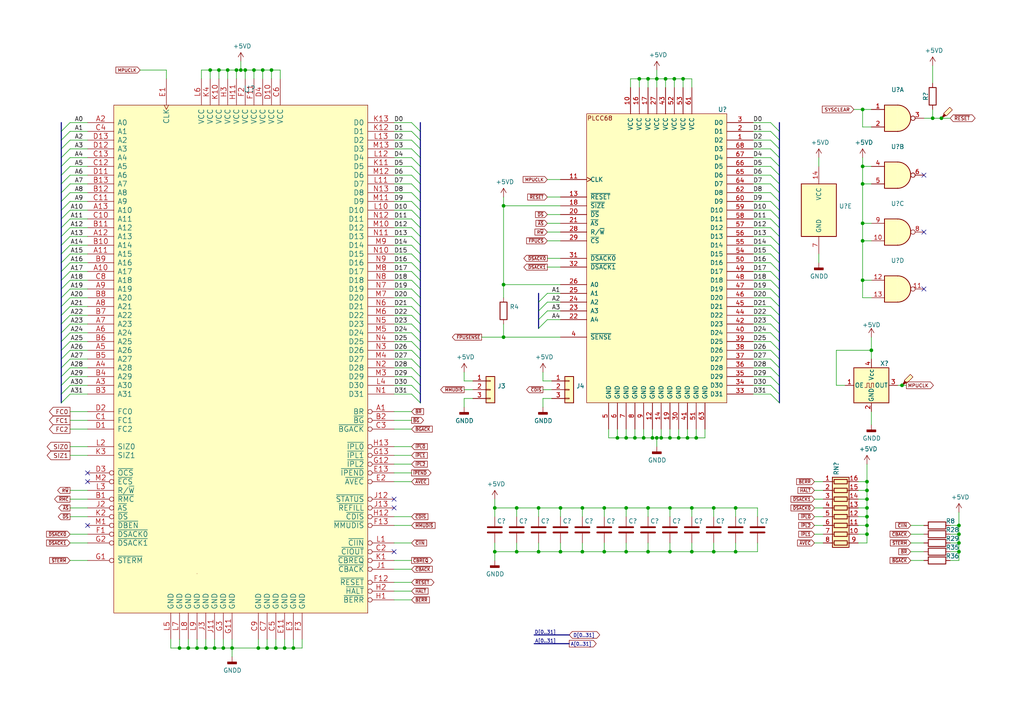
<source format=kicad_sch>
(kicad_sch (version 20211123) (generator eeschema)
  (paper "A4")
  (title_block (title "MAXI030 - 68030 based expandable computer") (date "2021-10-02") (comment 1 "Lawrence Manning"))
  (junction (at 63.5 20.32))
  (junction (at 213.36 160.02))
  (junction (at 52.07 187.96))
  (junction (at 162.56 160.02))
  (junction (at 187.96 160.02))
  (junction (at 82.55 187.96))
  (junction (at 80.01 187.96))
  (junction (at 156.21 160.02))
  (junction (at 146.05 82.55))
  (junction (at 59.69 187.96))
  (junction (at 194.31 127))
  (junction (at 194.31 147.32))
  (junction (at 181.61 160.02))
  (junction (at 184.15 127))
  (junction (at 60.96 20.32))
  (junction (at 66.04 20.32))
  (junction (at 189.23 127))
  (junction (at 73.66 20.32))
  (junction (at 251.46 152.4))
  (junction (at 250.19 69.85))
  (junction (at 250.19 53.34))
  (junction (at 201.93 127))
  (junction (at 250.19 48.26))
  (junction (at 162.56 147.32))
  (junction (at 251.46 139.7))
  (junction (at 149.86 147.32))
  (junction (at 251.46 147.32))
  (junction (at 78.74 20.32))
  (junction (at 200.66 147.32))
  (junction (at 194.31 160.02))
  (junction (at 261.62 111.76))
  (junction (at 85.09 187.96))
  (junction (at 57.15 187.96))
  (junction (at 54.61 187.96))
  (junction (at 251.46 142.24))
  (junction (at 62.23 187.96))
  (junction (at 76.2 20.32))
  (junction (at 251.46 154.94))
  (junction (at 193.04 22.86))
  (junction (at 71.12 20.32))
  (junction (at 143.51 147.32))
  (junction (at 181.61 147.32))
  (junction (at 250.19 81.28))
  (junction (at 273.05 34.29))
  (junction (at 68.58 20.32))
  (junction (at 175.26 160.02))
  (junction (at 146.05 97.79))
  (junction (at 278.13 154.94))
  (junction (at 213.36 147.32))
  (junction (at 251.46 144.78))
  (junction (at 200.66 160.02))
  (junction (at 156.21 147.32))
  (junction (at 207.01 160.02))
  (junction (at 168.91 160.02))
  (junction (at 187.96 22.86))
  (junction (at 278.13 152.4))
  (junction (at 190.5 22.86))
  (junction (at 199.39 127))
  (junction (at 198.12 22.86))
  (junction (at 64.77 187.96))
  (junction (at 143.51 160.02))
  (junction (at 185.42 22.86))
  (junction (at 251.46 149.86))
  (junction (at 270.51 34.29))
  (junction (at 187.96 147.32))
  (junction (at 207.01 147.32))
  (junction (at 67.31 187.96))
  (junction (at 191.77 127))
  (junction (at 250.19 31.75))
  (junction (at 69.85 20.32))
  (junction (at 149.86 160.02))
  (junction (at 186.69 127))
  (junction (at 278.13 157.48))
  (junction (at 146.05 59.69))
  (junction (at 250.19 64.77))
  (junction (at 74.93 187.96))
  (junction (at 181.61 127))
  (junction (at 278.13 160.02))
  (junction (at 168.91 147.32))
  (junction (at 196.85 127))
  (junction (at 190.5 127))
  (junction (at 252.73 101.6))
  (junction (at 179.07 127))
  (junction (at 195.58 22.86))
  (junction (at 77.47 187.96))
  (junction (at 175.26 147.32))
  (no_connect (at 267.97 83.82))
  (no_connect (at 374.65 -1.27))
  (no_connect (at 114.3 144.78))
  (no_connect (at 114.3 160.02))
  (no_connect (at 374.65 15.24))
  (no_connect (at 25.4 152.4))
  (no_connect (at 25.4 137.16))
  (no_connect (at 267.97 50.8))
  (no_connect (at 114.3 147.32))
  (no_connect (at 267.97 67.31))
  (no_connect (at 25.4 139.7))
  (bus_entry (at 119.38 50.8) (size 2.54 2.54))
  (bus_entry (at 20.32 38.1) (size -2.54 2.54))
  (bus_entry (at 223.52 99.06) (size 2.54 2.54))
  (bus_entry (at 119.38 96.52) (size 2.54 2.54))
  (bus_entry (at 20.32 99.06) (size -2.54 2.54))
  (bus_entry (at 223.52 73.66) (size 2.54 2.54))
  (bus_entry (at 223.52 104.14) (size 2.54 2.54))
  (bus_entry (at 119.38 58.42) (size 2.54 2.54))
  (bus_entry (at 223.52 50.8) (size 2.54 2.54))
  (bus_entry (at 223.52 60.96) (size 2.54 2.54))
  (bus_entry (at 223.52 91.44) (size 2.54 2.54))
  (bus_entry (at 223.52 93.98) (size 2.54 2.54))
  (bus_entry (at 223.52 35.56) (size 2.54 2.54))
  (bus_entry (at 20.32 106.68) (size -2.54 2.54))
  (bus_entry (at 119.38 53.34) (size 2.54 2.54))
  (bus_entry (at 20.32 93.98) (size -2.54 2.54))
  (bus_entry (at 223.52 40.64) (size 2.54 2.54))
  (bus_entry (at 20.32 96.52) (size -2.54 2.54))
  (bus_entry (at 20.32 68.58) (size -2.54 2.54))
  (bus_entry (at 156.21 87.63) (size 2.54 -2.54))
  (bus_entry (at 119.38 45.72) (size 2.54 2.54))
  (bus_entry (at 20.32 114.3) (size -2.54 2.54))
  (bus_entry (at 223.52 101.6) (size 2.54 2.54))
  (bus_entry (at 20.32 104.14) (size -2.54 2.54))
  (bus_entry (at 223.52 86.36) (size 2.54 2.54))
  (bus_entry (at 223.52 111.76) (size 2.54 2.54))
  (bus_entry (at 119.38 38.1) (size 2.54 2.54))
  (bus_entry (at 119.38 93.98) (size 2.54 2.54))
  (bus_entry (at 119.38 73.66) (size 2.54 2.54))
  (bus_entry (at 223.52 66.04) (size 2.54 2.54))
  (bus_entry (at 223.52 109.22) (size 2.54 2.54))
  (bus_entry (at 156.21 92.71) (size 2.54 -2.54))
  (bus_entry (at 119.38 35.56) (size 2.54 2.54))
  (bus_entry (at 119.38 60.96) (size 2.54 2.54))
  (bus_entry (at 119.38 55.88) (size 2.54 2.54))
  (bus_entry (at 20.32 48.26) (size -2.54 2.54))
  (bus_entry (at 119.38 86.36) (size 2.54 2.54))
  (bus_entry (at 20.32 76.2) (size -2.54 2.54))
  (bus_entry (at 20.32 45.72) (size -2.54 2.54))
  (bus_entry (at 20.32 91.44) (size -2.54 2.54))
  (bus_entry (at 119.38 43.18) (size 2.54 2.54))
  (bus_entry (at 119.38 109.22) (size 2.54 2.54))
  (bus_entry (at 223.52 53.34) (size 2.54 2.54))
  (bus_entry (at 119.38 99.06) (size 2.54 2.54))
  (bus_entry (at 20.32 40.64) (size -2.54 2.54))
  (bus_entry (at 223.52 58.42) (size 2.54 2.54))
  (bus_entry (at 223.52 78.74) (size 2.54 2.54))
  (bus_entry (at 156.21 95.25) (size 2.54 -2.54))
  (bus_entry (at 20.32 43.18) (size -2.54 2.54))
  (bus_entry (at 119.38 71.12) (size 2.54 2.54))
  (bus_entry (at 20.32 78.74) (size -2.54 2.54))
  (bus_entry (at 20.32 86.36) (size -2.54 2.54))
  (bus_entry (at 20.32 88.9) (size -2.54 2.54))
  (bus_entry (at 156.21 90.17) (size 2.54 -2.54))
  (bus_entry (at 20.32 111.76) (size -2.54 2.54))
  (bus_entry (at 119.38 91.44) (size 2.54 2.54))
  (bus_entry (at 20.32 66.04) (size -2.54 2.54))
  (bus_entry (at 20.32 55.88) (size -2.54 2.54))
  (bus_entry (at 223.52 48.26) (size 2.54 2.54))
  (bus_entry (at 20.32 53.34) (size -2.54 2.54))
  (bus_entry (at 223.52 81.28) (size 2.54 2.54))
  (bus_entry (at 20.32 73.66) (size -2.54 2.54))
  (bus_entry (at 20.32 101.6) (size -2.54 2.54))
  (bus_entry (at 119.38 40.64) (size 2.54 2.54))
  (bus_entry (at 20.32 71.12) (size -2.54 2.54))
  (bus_entry (at 119.38 48.26) (size 2.54 2.54))
  (bus_entry (at 223.52 88.9) (size 2.54 2.54))
  (bus_entry (at 119.38 114.3) (size 2.54 2.54))
  (bus_entry (at 119.38 81.28) (size 2.54 2.54))
  (bus_entry (at 119.38 66.04) (size 2.54 2.54))
  (bus_entry (at 223.52 63.5) (size 2.54 2.54))
  (bus_entry (at 223.52 106.68) (size 2.54 2.54))
  (bus_entry (at 20.32 58.42) (size -2.54 2.54))
  (bus_entry (at 223.52 68.58) (size 2.54 2.54))
  (bus_entry (at 223.52 71.12) (size 2.54 2.54))
  (bus_entry (at 119.38 76.2) (size 2.54 2.54))
  (bus_entry (at 119.38 83.82) (size 2.54 2.54))
  (bus_entry (at 119.38 68.58) (size 2.54 2.54))
  (bus_entry (at 223.52 43.18) (size 2.54 2.54))
  (bus_entry (at 119.38 88.9) (size 2.54 2.54))
  (bus_entry (at 223.52 55.88) (size 2.54 2.54))
  (bus_entry (at 119.38 63.5) (size 2.54 2.54))
  (bus_entry (at 119.38 101.6) (size 2.54 2.54))
  (bus_entry (at 20.32 63.5) (size -2.54 2.54))
  (bus_entry (at 20.32 60.96) (size -2.54 2.54))
  (bus_entry (at 223.52 114.3) (size 2.54 2.54))
  (bus_entry (at 223.52 83.82) (size 2.54 2.54))
  (bus_entry (at 119.38 78.74) (size 2.54 2.54))
  (bus_entry (at 223.52 45.72) (size 2.54 2.54))
  (bus_entry (at 20.32 81.28) (size -2.54 2.54))
  (bus_entry (at 119.38 111.76) (size 2.54 2.54))
  (bus_entry (at 20.32 109.22) (size -2.54 2.54))
  (bus_entry (at 223.52 76.2) (size 2.54 2.54))
  (bus_entry (at 223.52 38.1) (size 2.54 2.54))
  (bus_entry (at 20.32 83.82) (size -2.54 2.54))
  (bus_entry (at 20.32 35.56) (size -2.54 2.54))
  (bus_entry (at 223.52 96.52) (size 2.54 2.54))
  (bus_entry (at 20.32 50.8) (size -2.54 2.54))
  (bus_entry (at 119.38 106.68) (size 2.54 2.54))
  (bus_entry (at 119.38 104.14) (size 2.54 2.54))
  (bus (pts (xy 17.78 71.12) (xy 17.78 73.66)))
  (wire (pts (xy 25.4 106.68) (xy 20.32 106.68)))
  (wire (pts (xy 87.63 187.96) (xy 87.63 185.42)))
  (wire (pts (xy 248.92 154.94) (xy 251.46 154.94)))
  (wire (pts (xy 66.04 20.32) (xy 68.58 20.32)))
  (wire (pts (xy 59.69 185.42) (xy 59.69 187.96)))
  (bus (pts (xy 121.92 86.36) (xy 121.92 88.9)))
  (wire (pts (xy 238.76 142.24) (xy 236.22 142.24)))
  (wire (pts (xy 162.56 92.71) (xy 158.75 92.71)))
  (wire (pts (xy 25.4 124.46) (xy 20.32 124.46)))
  (wire (pts (xy 69.85 20.32) (xy 71.12 20.32)))
  (wire (pts (xy 207.01 147.32) (xy 207.01 149.86)))
  (bus (pts (xy 226.06 71.12) (xy 226.06 73.66)))
  (wire (pts (xy 156.21 157.48) (xy 156.21 160.02)))
  (bus (pts (xy 121.92 81.28) (xy 121.92 83.82)))
  (bus (pts (xy 17.78 76.2) (xy 17.78 78.74)))
  (wire (pts (xy 81.28 20.32) (xy 81.28 22.86)))
  (wire (pts (xy 25.4 88.9) (xy 20.32 88.9)))
  (wire (pts (xy 181.61 160.02) (xy 175.26 160.02)))
  (wire (pts (xy 114.3 88.9) (xy 119.38 88.9)))
  (bus (pts (xy 17.78 106.68) (xy 17.78 109.22)))
  (wire (pts (xy 242.57 111.76) (xy 242.57 101.6)))
  (wire (pts (xy 248.92 139.7) (xy 251.46 139.7)))
  (wire (pts (xy 149.86 157.48) (xy 149.86 160.02)))
  (bus (pts (xy 17.78 86.36) (xy 17.78 88.9)))
  (wire (pts (xy 49.53 185.42) (xy 49.53 187.96)))
  (bus (pts (xy 226.06 60.96) (xy 226.06 63.5)))
  (wire (pts (xy 156.21 147.32) (xy 162.56 147.32)))
  (wire (pts (xy 146.05 93.98) (xy 146.05 97.79)))
  (wire (pts (xy 179.07 127) (xy 181.61 127)))
  (wire (pts (xy 25.4 119.38) (xy 20.32 119.38)))
  (wire (pts (xy 176.53 124.46) (xy 176.53 127)))
  (bus (pts (xy 226.06 96.52) (xy 226.06 99.06)))
  (wire (pts (xy 162.56 97.79) (xy 146.05 97.79)))
  (bus (pts (xy 121.92 109.22) (xy 121.92 111.76)))
  (wire (pts (xy 146.05 82.55) (xy 146.05 59.69)))
  (wire (pts (xy 278.13 154.94) (xy 278.13 157.48)))
  (wire (pts (xy 218.44 45.72) (xy 223.52 45.72)))
  (wire (pts (xy 238.76 144.78) (xy 236.22 144.78)))
  (wire (pts (xy 162.56 157.48) (xy 162.56 160.02)))
  (wire (pts (xy 157.48 110.49) (xy 157.48 107.95)))
  (wire (pts (xy 175.26 157.48) (xy 175.26 160.02)))
  (wire (pts (xy 181.61 157.48) (xy 181.61 160.02)))
  (wire (pts (xy 278.13 157.48) (xy 275.59 157.48)))
  (wire (pts (xy 146.05 97.79) (xy 139.7 97.79)))
  (wire (pts (xy 278.13 148.59) (xy 278.13 152.4)))
  (wire (pts (xy 218.44 68.58) (xy 223.52 68.58)))
  (wire (pts (xy 252.73 86.36) (xy 250.19 86.36)))
  (wire (pts (xy 67.31 185.42) (xy 67.31 187.96)))
  (wire (pts (xy 114.3 119.38) (xy 119.38 119.38)))
  (wire (pts (xy 114.3 106.68) (xy 119.38 106.68)))
  (wire (pts (xy 60.96 20.32) (xy 63.5 20.32)))
  (wire (pts (xy 184.15 127) (xy 186.69 127)))
  (wire (pts (xy 162.56 74.93) (xy 158.75 74.93)))
  (wire (pts (xy 218.44 58.42) (xy 223.52 58.42)))
  (wire (pts (xy 114.3 48.26) (xy 119.38 48.26)))
  (bus (pts (xy 121.92 66.04) (xy 121.92 68.58)))
  (wire (pts (xy 63.5 20.32) (xy 66.04 20.32)))
  (bus (pts (xy 17.78 101.6) (xy 17.78 104.14)))
  (wire (pts (xy 25.4 35.56) (xy 20.32 35.56)))
  (wire (pts (xy 204.47 127) (xy 204.47 124.46)))
  (wire (pts (xy 251.46 152.4) (xy 251.46 154.94)))
  (wire (pts (xy 278.13 157.48) (xy 278.13 160.02)))
  (bus (pts (xy 121.92 78.74) (xy 121.92 81.28)))
  (wire (pts (xy 250.19 81.28) (xy 252.73 81.28)))
  (bus (pts (xy 226.06 76.2) (xy 226.06 78.74)))
  (wire (pts (xy 218.44 111.76) (xy 223.52 111.76)))
  (bus (pts (xy 226.06 106.68) (xy 226.06 109.22)))
  (wire (pts (xy 40.64 20.32) (xy 48.26 20.32)))
  (wire (pts (xy 187.96 157.48) (xy 187.96 160.02)))
  (wire (pts (xy 25.4 60.96) (xy 20.32 60.96)))
  (wire (pts (xy 219.71 160.02) (xy 213.36 160.02)))
  (wire (pts (xy 250.19 31.75) (xy 247.65 31.75)))
  (wire (pts (xy 162.56 67.31) (xy 158.75 67.31)))
  (wire (pts (xy 175.26 160.02) (xy 168.91 160.02)))
  (wire (pts (xy 162.56 57.15) (xy 158.75 57.15)))
  (bus (pts (xy 121.92 99.06) (xy 121.92 101.6)))
  (bus (pts (xy 121.92 73.66) (xy 121.92 76.2)))
  (wire (pts (xy 218.44 109.22) (xy 223.52 109.22)))
  (wire (pts (xy 187.96 160.02) (xy 181.61 160.02)))
  (wire (pts (xy 196.85 127) (xy 199.39 127)))
  (bus (pts (xy 156.21 92.71) (xy 156.21 95.25)))
  (wire (pts (xy 134.62 115.57) (xy 134.62 118.11)))
  (wire (pts (xy 278.13 152.4) (xy 278.13 154.94)))
  (wire (pts (xy 181.61 124.46) (xy 181.61 127)))
  (bus (pts (xy 121.92 48.26) (xy 121.92 50.8)))
  (wire (pts (xy 76.2 20.32) (xy 78.74 20.32)))
  (wire (pts (xy 25.4 154.94) (xy 20.32 154.94)))
  (wire (pts (xy 25.4 81.28) (xy 20.32 81.28)))
  (bus (pts (xy 154.94 186.69) (xy 165.1 186.69)))
  (bus (pts (xy 17.78 55.88) (xy 17.78 58.42)))
  (wire (pts (xy 194.31 147.32) (xy 200.66 147.32)))
  (wire (pts (xy 248.92 142.24) (xy 251.46 142.24)))
  (bus (pts (xy 17.78 35.56) (xy 17.78 38.1)))
  (wire (pts (xy 238.76 139.7) (xy 236.22 139.7)))
  (wire (pts (xy 162.56 85.09) (xy 158.75 85.09)))
  (wire (pts (xy 25.4 83.82) (xy 20.32 83.82)))
  (wire (pts (xy 278.13 162.56) (xy 275.59 162.56)))
  (wire (pts (xy 190.5 127) (xy 190.5 129.54)))
  (wire (pts (xy 251.46 157.48) (xy 248.92 157.48)))
  (wire (pts (xy 238.76 149.86) (xy 236.22 149.86)))
  (wire (pts (xy 68.58 20.32) (xy 68.58 22.86)))
  (wire (pts (xy 181.61 147.32) (xy 187.96 147.32)))
  (bus (pts (xy 121.92 91.44) (xy 121.92 93.98)))
  (wire (pts (xy 114.3 168.91) (xy 119.38 168.91)))
  (wire (pts (xy 114.3 101.6) (xy 119.38 101.6)))
  (wire (pts (xy 25.4 66.04) (xy 20.32 66.04)))
  (wire (pts (xy 194.31 147.32) (xy 194.31 149.86)))
  (wire (pts (xy 114.3 129.54) (xy 119.38 129.54)))
  (wire (pts (xy 218.44 99.06) (xy 223.52 99.06)))
  (wire (pts (xy 60.96 20.32) (xy 60.96 22.86)))
  (wire (pts (xy 168.91 147.32) (xy 168.91 149.86)))
  (wire (pts (xy 200.66 157.48) (xy 200.66 160.02)))
  (bus (pts (xy 226.06 88.9) (xy 226.06 91.44)))
  (wire (pts (xy 200.66 147.32) (xy 200.66 149.86)))
  (wire (pts (xy 207.01 147.32) (xy 213.36 147.32)))
  (wire (pts (xy 149.86 147.32) (xy 156.21 147.32)))
  (bus (pts (xy 17.78 68.58) (xy 17.78 71.12)))
  (wire (pts (xy 25.4 71.12) (xy 20.32 71.12)))
  (wire (pts (xy 48.26 22.86) (xy 48.26 20.32)))
  (bus (pts (xy 226.06 81.28) (xy 226.06 83.82)))
  (wire (pts (xy 238.76 157.48) (xy 236.22 157.48)))
  (wire (pts (xy 252.73 64.77) (xy 250.19 64.77)))
  (wire (pts (xy 195.58 22.86) (xy 198.12 22.86)))
  (wire (pts (xy 114.3 60.96) (xy 119.38 60.96)))
  (wire (pts (xy 157.48 115.57) (xy 157.48 118.11)))
  (wire (pts (xy 191.77 127) (xy 194.31 127)))
  (wire (pts (xy 194.31 157.48) (xy 194.31 160.02)))
  (bus (pts (xy 121.92 93.98) (xy 121.92 96.52)))
  (wire (pts (xy 25.4 144.78) (xy 20.32 144.78)))
  (wire (pts (xy 85.09 187.96) (xy 85.09 185.42)))
  (wire (pts (xy 137.16 115.57) (xy 134.62 115.57)))
  (bus (pts (xy 226.06 55.88) (xy 226.06 58.42)))
  (wire (pts (xy 218.44 83.82) (xy 223.52 83.82)))
  (wire (pts (xy 114.3 104.14) (xy 119.38 104.14)))
  (wire (pts (xy 162.56 147.32) (xy 162.56 149.86)))
  (wire (pts (xy 275.59 154.94) (xy 278.13 154.94)))
  (bus (pts (xy 17.78 91.44) (xy 17.78 93.98)))
  (wire (pts (xy 71.12 20.32) (xy 71.12 22.86)))
  (wire (pts (xy 25.4 147.32) (xy 20.32 147.32)))
  (wire (pts (xy 218.44 76.2) (xy 223.52 76.2)))
  (wire (pts (xy 134.62 110.49) (xy 134.62 107.95)))
  (bus (pts (xy 226.06 104.14) (xy 226.06 106.68)))
  (wire (pts (xy 218.44 91.44) (xy 223.52 91.44)))
  (wire (pts (xy 270.51 31.75) (xy 270.51 34.29)))
  (wire (pts (xy 160.02 110.49) (xy 157.48 110.49)))
  (wire (pts (xy 114.3 71.12) (xy 119.38 71.12)))
  (wire (pts (xy 114.3 124.46) (xy 119.38 124.46)))
  (wire (pts (xy 250.19 48.26) (xy 252.73 48.26)))
  (wire (pts (xy 114.3 96.52) (xy 119.38 96.52)))
  (wire (pts (xy 25.4 76.2) (xy 20.32 76.2)))
  (wire (pts (xy 114.3 50.8) (xy 119.38 50.8)))
  (wire (pts (xy 176.53 127) (xy 179.07 127)))
  (wire (pts (xy 114.3 73.66) (xy 119.38 73.66)))
  (wire (pts (xy 114.3 68.58) (xy 119.38 68.58)))
  (wire (pts (xy 114.3 43.18) (xy 119.38 43.18)))
  (bus (pts (xy 17.78 63.5) (xy 17.78 66.04)))
  (wire (pts (xy 218.44 38.1) (xy 223.52 38.1)))
  (wire (pts (xy 213.36 160.02) (xy 207.01 160.02)))
  (wire (pts (xy 78.74 20.32) (xy 78.74 22.86)))
  (wire (pts (xy 114.3 83.82) (xy 119.38 83.82)))
  (wire (pts (xy 25.4 132.08) (xy 20.32 132.08)))
  (bus (pts (xy 226.06 58.42) (xy 226.06 60.96)))
  (wire (pts (xy 248.92 147.32) (xy 251.46 147.32)))
  (bus (pts (xy 121.92 101.6) (xy 121.92 104.14)))
  (wire (pts (xy 85.09 187.96) (xy 87.63 187.96)))
  (wire (pts (xy 267.97 157.48) (xy 264.16 157.48)))
  (wire (pts (xy 25.4 50.8) (xy 20.32 50.8)))
  (wire (pts (xy 76.2 20.32) (xy 76.2 22.86)))
  (wire (pts (xy 187.96 22.86) (xy 187.96 25.4)))
  (wire (pts (xy 193.04 22.86) (xy 193.04 25.4)))
  (wire (pts (xy 78.74 20.32) (xy 81.28 20.32)))
  (wire (pts (xy 114.3 66.04) (xy 119.38 66.04)))
  (wire (pts (xy 175.26 147.32) (xy 175.26 149.86)))
  (wire (pts (xy 114.3 58.42) (xy 119.38 58.42)))
  (bus (pts (xy 17.78 109.22) (xy 17.78 111.76)))
  (wire (pts (xy 58.42 22.86) (xy 58.42 20.32)))
  (wire (pts (xy 251.46 149.86) (xy 251.46 152.4)))
  (bus (pts (xy 17.78 66.04) (xy 17.78 68.58)))
  (wire (pts (xy 261.62 111.76) (xy 262.89 111.76)))
  (wire (pts (xy 25.4 40.64) (xy 20.32 40.64)))
  (bus (pts (xy 17.78 43.18) (xy 17.78 45.72)))
  (bus (pts (xy 17.78 38.1) (xy 17.78 40.64)))
  (wire (pts (xy 207.01 157.48) (xy 207.01 160.02)))
  (wire (pts (xy 25.4 111.76) (xy 20.32 111.76)))
  (bus (pts (xy 121.92 96.52) (xy 121.92 99.06)))
  (wire (pts (xy 250.19 86.36) (xy 250.19 81.28)))
  (wire (pts (xy 168.91 160.02) (xy 162.56 160.02)))
  (wire (pts (xy 162.56 160.02) (xy 156.21 160.02)))
  (wire (pts (xy 160.02 115.57) (xy 157.48 115.57)))
  (wire (pts (xy 114.3 45.72) (xy 119.38 45.72)))
  (wire (pts (xy 238.76 154.94) (xy 236.22 154.94)))
  (wire (pts (xy 160.02 113.03) (xy 157.48 113.03)))
  (wire (pts (xy 114.3 171.45) (xy 119.38 171.45)))
  (wire (pts (xy 73.66 20.32) (xy 73.66 22.86)))
  (wire (pts (xy 270.51 19.05) (xy 270.51 24.13)))
  (bus (pts (xy 17.78 114.3) (xy 17.78 116.84)))
  (wire (pts (xy 242.57 101.6) (xy 252.73 101.6)))
  (bus (pts (xy 121.92 53.34) (xy 121.92 55.88)))
  (wire (pts (xy 218.44 55.88) (xy 223.52 55.88)))
  (wire (pts (xy 194.31 127) (xy 196.85 127)))
  (wire (pts (xy 218.44 66.04) (xy 223.52 66.04)))
  (wire (pts (xy 67.31 187.96) (xy 67.31 190.5)))
  (wire (pts (xy 25.4 162.56) (xy 20.32 162.56)))
  (bus (pts (xy 121.92 114.3) (xy 121.92 116.84)))
  (wire (pts (xy 250.19 64.77) (xy 250.19 53.34)))
  (wire (pts (xy 143.51 147.32) (xy 143.51 149.86)))
  (wire (pts (xy 114.3 78.74) (xy 119.38 78.74)))
  (wire (pts (xy 190.5 127) (xy 191.77 127)))
  (bus (pts (xy 226.06 68.58) (xy 226.06 71.12)))
  (wire (pts (xy 252.73 97.79) (xy 252.73 101.6)))
  (bus (pts (xy 156.21 87.63) (xy 156.21 90.17)))
  (wire (pts (xy 252.73 69.85) (xy 250.19 69.85)))
  (wire (pts (xy 25.4 73.66) (xy 20.32 73.66)))
  (wire (pts (xy 80.01 187.96) (xy 82.55 187.96)))
  (wire (pts (xy 114.3 40.64) (xy 119.38 40.64)))
  (bus (pts (xy 17.78 40.64) (xy 17.78 43.18)))
  (bus (pts (xy 121.92 35.56) (xy 121.92 38.1)))
  (wire (pts (xy 54.61 187.96) (xy 57.15 187.96)))
  (wire (pts (xy 252.73 36.83) (xy 250.19 36.83)))
  (wire (pts (xy 181.61 147.32) (xy 181.61 149.86)))
  (wire (pts (xy 250.19 36.83) (xy 250.19 31.75)))
  (bus (pts (xy 121.92 63.5) (xy 121.92 66.04)))
  (bus (pts (xy 226.06 86.36) (xy 226.06 88.9)))
  (wire (pts (xy 270.51 34.29) (xy 273.05 34.29)))
  (wire (pts (xy 267.97 34.29) (xy 270.51 34.29)))
  (wire (pts (xy 114.3 63.5) (xy 119.38 63.5)))
  (wire (pts (xy 252.73 101.6) (xy 252.73 104.14)))
  (bus (pts (xy 226.06 111.76) (xy 226.06 114.3)))
  (wire (pts (xy 114.3 137.16) (xy 119.38 137.16)))
  (wire (pts (xy 200.66 160.02) (xy 194.31 160.02)))
  (wire (pts (xy 25.4 101.6) (xy 20.32 101.6)))
  (wire (pts (xy 218.44 101.6) (xy 223.52 101.6)))
  (bus (pts (xy 226.06 78.74) (xy 226.06 81.28)))
  (wire (pts (xy 58.42 20.32) (xy 60.96 20.32)))
  (wire (pts (xy 182.88 22.86) (xy 185.42 22.86)))
  (wire (pts (xy 77.47 185.42) (xy 77.47 187.96)))
  (wire (pts (xy 25.4 58.42) (xy 20.32 58.42)))
  (wire (pts (xy 201.93 127) (xy 204.47 127)))
  (wire (pts (xy 143.51 160.02) (xy 143.51 162.56)))
  (wire (pts (xy 267.97 162.56) (xy 264.16 162.56)))
  (wire (pts (xy 57.15 187.96) (xy 59.69 187.96)))
  (wire (pts (xy 248.92 149.86) (xy 251.46 149.86)))
  (wire (pts (xy 146.05 82.55) (xy 162.56 82.55)))
  (wire (pts (xy 218.44 50.8) (xy 223.52 50.8)))
  (wire (pts (xy 252.73 119.38) (xy 252.73 123.19)))
  (wire (pts (xy 201.93 124.46) (xy 201.93 127)))
  (wire (pts (xy 245.11 111.76) (xy 242.57 111.76)))
  (bus (pts (xy 121.92 55.88) (xy 121.92 58.42)))
  (wire (pts (xy 251.46 147.32) (xy 251.46 149.86)))
  (wire (pts (xy 198.12 22.86) (xy 200.66 22.86)))
  (wire (pts (xy 25.4 93.98) (xy 20.32 93.98)))
  (wire (pts (xy 218.44 81.28) (xy 223.52 81.28)))
  (wire (pts (xy 143.51 157.48) (xy 143.51 160.02)))
  (bus (pts (xy 17.78 58.42) (xy 17.78 60.96)))
  (wire (pts (xy 248.92 152.4) (xy 251.46 152.4)))
  (wire (pts (xy 114.3 111.76) (xy 119.38 111.76)))
  (bus (pts (xy 121.92 106.68) (xy 121.92 109.22)))
  (wire (pts (xy 175.26 147.32) (xy 181.61 147.32)))
  (wire (pts (xy 219.71 147.32) (xy 219.71 149.86)))
  (wire (pts (xy 114.3 134.62) (xy 119.38 134.62)))
  (wire (pts (xy 199.39 124.46) (xy 199.39 127)))
  (bus (pts (xy 226.06 93.98) (xy 226.06 96.52)))
  (bus (pts (xy 121.92 45.72) (xy 121.92 48.26)))
  (wire (pts (xy 49.53 187.96) (xy 52.07 187.96)))
  (wire (pts (xy 156.21 160.02) (xy 149.86 160.02)))
  (wire (pts (xy 218.44 48.26) (xy 223.52 48.26)))
  (wire (pts (xy 260.35 111.76) (xy 261.62 111.76)))
  (wire (pts (xy 218.44 93.98) (xy 223.52 93.98)))
  (wire (pts (xy 25.4 96.52) (xy 20.32 96.52)))
  (wire (pts (xy 69.85 20.32) (xy 69.85 17.78)))
  (bus (pts (xy 226.06 40.64) (xy 226.06 43.18)))
  (wire (pts (xy 194.31 127) (xy 194.31 124.46)))
  (wire (pts (xy 198.12 22.86) (xy 198.12 25.4)))
  (wire (pts (xy 114.3 109.22) (xy 119.38 109.22)))
  (wire (pts (xy 238.76 152.4) (xy 236.22 152.4)))
  (wire (pts (xy 119.38 149.86) (xy 114.3 149.86)))
  (bus (pts (xy 154.94 184.15) (xy 165.1 184.15)))
  (wire (pts (xy 187.96 22.86) (xy 190.5 22.86)))
  (bus (pts (xy 226.06 101.6) (xy 226.06 104.14)))
  (wire (pts (xy 25.4 157.48) (xy 20.32 157.48)))
  (wire (pts (xy 25.4 109.22) (xy 20.32 109.22)))
  (bus (pts (xy 226.06 73.66) (xy 226.06 76.2)))
  (bus (pts (xy 17.78 48.26) (xy 17.78 50.8)))
  (wire (pts (xy 186.69 127) (xy 189.23 127)))
  (wire (pts (xy 149.86 149.86) (xy 149.86 147.32)))
  (wire (pts (xy 114.3 81.28) (xy 119.38 81.28)))
  (wire (pts (xy 264.16 160.02) (xy 267.97 160.02)))
  (wire (pts (xy 25.4 99.06) (xy 20.32 99.06)))
  (wire (pts (xy 54.61 185.42) (xy 54.61 187.96)))
  (wire (pts (xy 218.44 78.74) (xy 223.52 78.74)))
  (bus (pts (xy 226.06 63.5) (xy 226.06 66.04)))
  (wire (pts (xy 218.44 114.3) (xy 223.52 114.3)))
  (wire (pts (xy 168.91 157.48) (xy 168.91 160.02)))
  (wire (pts (xy 218.44 63.5) (xy 223.52 63.5)))
  (wire (pts (xy 250.19 69.85) (xy 250.19 64.77)))
  (bus (pts (xy 226.06 99.06) (xy 226.06 101.6)))
  (wire (pts (xy 25.4 63.5) (xy 20.32 63.5)))
  (wire (pts (xy 114.3 35.56) (xy 119.38 35.56)))
  (bus (pts (xy 156.21 85.09) (xy 156.21 87.63)))
  (wire (pts (xy 162.56 69.85) (xy 158.75 69.85)))
  (bus (pts (xy 226.06 66.04) (xy 226.06 68.58)))
  (wire (pts (xy 162.56 52.07) (xy 158.75 52.07)))
  (wire (pts (xy 275.59 160.02) (xy 278.13 160.02)))
  (wire (pts (xy 64.77 187.96) (xy 67.31 187.96)))
  (wire (pts (xy 168.91 147.32) (xy 175.26 147.32)))
  (wire (pts (xy 67.31 187.96) (xy 74.93 187.96)))
  (bus (pts (xy 226.06 114.3) (xy 226.06 116.84)))
  (wire (pts (xy 264.16 152.4) (xy 267.97 152.4)))
  (wire (pts (xy 193.04 22.86) (xy 195.58 22.86)))
  (wire (pts (xy 213.36 147.32) (xy 213.36 149.86)))
  (wire (pts (xy 213.36 157.48) (xy 213.36 160.02)))
  (bus (pts (xy 226.06 50.8) (xy 226.06 53.34)))
  (wire (pts (xy 114.3 38.1) (xy 119.38 38.1)))
  (wire (pts (xy 189.23 127) (xy 190.5 127)))
  (wire (pts (xy 25.4 45.72) (xy 20.32 45.72)))
  (wire (pts (xy 218.44 86.36) (xy 223.52 86.36)))
  (wire (pts (xy 237.49 45.72) (xy 237.49 48.26)))
  (wire (pts (xy 25.4 104.14) (xy 20.32 104.14)))
  (bus (pts (xy 17.78 99.06) (xy 17.78 101.6)))
  (bus (pts (xy 121.92 68.58) (xy 121.92 71.12)))
  (wire (pts (xy 184.15 127) (xy 184.15 124.46)))
  (bus (pts (xy 226.06 91.44) (xy 226.06 93.98)))
  (wire (pts (xy 252.73 53.34) (xy 250.19 53.34)))
  (wire (pts (xy 114.3 157.48) (xy 119.38 157.48)))
  (wire (pts (xy 114.3 91.44) (xy 119.38 91.44)))
  (wire (pts (xy 250.19 81.28) (xy 250.19 69.85)))
  (wire (pts (xy 59.69 187.96) (xy 62.23 187.96)))
  (wire (pts (xy 200.66 22.86) (xy 200.66 25.4)))
  (wire (pts (xy 251.46 134.62) (xy 251.46 139.7)))
  (wire (pts (xy 66.04 20.32) (xy 66.04 22.86)))
  (wire (pts (xy 114.3 165.1) (xy 119.38 165.1)))
  (wire (pts (xy 162.56 87.63) (xy 158.75 87.63)))
  (bus (pts (xy 226.06 45.72) (xy 226.06 48.26)))
  (wire (pts (xy 74.93 185.42) (xy 74.93 187.96)))
  (wire (pts (xy 114.3 53.34) (xy 119.38 53.34)))
  (wire (pts (xy 114.3 139.7) (xy 119.38 139.7)))
  (wire (pts (xy 149.86 160.02) (xy 143.51 160.02)))
  (wire (pts (xy 25.4 86.36) (xy 20.32 86.36)))
  (wire (pts (xy 25.4 53.34) (xy 20.32 53.34)))
  (bus (pts (xy 17.78 53.34) (xy 17.78 55.88)))
  (wire (pts (xy 181.61 127) (xy 184.15 127)))
  (wire (pts (xy 213.36 147.32) (xy 219.71 147.32)))
  (wire (pts (xy 187.96 147.32) (xy 194.31 147.32)))
  (wire (pts (xy 219.71 157.48) (xy 219.71 160.02)))
  (wire (pts (xy 200.66 147.32) (xy 207.01 147.32)))
  (wire (pts (xy 251.46 139.7) (xy 251.46 142.24)))
  (wire (pts (xy 218.44 96.52) (xy 223.52 96.52)))
  (wire (pts (xy 251.46 154.94) (xy 251.46 157.48)))
  (wire (pts (xy 218.44 60.96) (xy 223.52 60.96)))
  (bus (pts (xy 121.92 50.8) (xy 121.92 53.34)))
  (wire (pts (xy 162.56 90.17) (xy 158.75 90.17)))
  (bus (pts (xy 17.78 73.66) (xy 17.78 76.2)))
  (bus (pts (xy 121.92 58.42) (xy 121.92 60.96)))
  (wire (pts (xy 77.47 187.96) (xy 80.01 187.96)))
  (bus (pts (xy 121.92 40.64) (xy 121.92 43.18)))
  (wire (pts (xy 194.31 160.02) (xy 187.96 160.02)))
  (wire (pts (xy 114.3 93.98) (xy 119.38 93.98)))
  (wire (pts (xy 250.19 31.75) (xy 252.73 31.75)))
  (wire (pts (xy 114.3 55.88) (xy 119.38 55.88)))
  (wire (pts (xy 162.56 77.47) (xy 158.75 77.47)))
  (wire (pts (xy 25.4 68.58) (xy 20.32 68.58)))
  (wire (pts (xy 190.5 22.86) (xy 190.5 20.32)))
  (wire (pts (xy 156.21 149.86) (xy 156.21 147.32)))
  (bus (pts (xy 121.92 38.1) (xy 121.92 40.64)))
  (wire (pts (xy 82.55 187.96) (xy 85.09 187.96)))
  (wire (pts (xy 71.12 20.32) (xy 73.66 20.32)))
  (wire (pts (xy 80.01 187.96) (xy 80.01 185.42)))
  (bus (pts (xy 226.06 109.22) (xy 226.06 111.76)))
  (bus (pts (xy 17.78 111.76) (xy 17.78 114.3)))
  (wire (pts (xy 207.01 160.02) (xy 200.66 160.02)))
  (wire (pts (xy 250.19 45.72) (xy 250.19 48.26)))
  (bus (pts (xy 17.78 88.9) (xy 17.78 91.44)))
  (wire (pts (xy 237.49 73.66) (xy 237.49 76.2)))
  (wire (pts (xy 25.4 43.18) (xy 20.32 43.18)))
  (wire (pts (xy 248.92 144.78) (xy 251.46 144.78)))
  (bus (pts (xy 121.92 71.12) (xy 121.92 73.66)))
  (wire (pts (xy 186.69 124.46) (xy 186.69 127)))
  (wire (pts (xy 185.42 22.86) (xy 187.96 22.86)))
  (wire (pts (xy 146.05 57.15) (xy 146.05 59.69)))
  (wire (pts (xy 25.4 55.88) (xy 20.32 55.88)))
  (bus (pts (xy 226.06 43.18) (xy 226.06 45.72)))
  (wire (pts (xy 73.66 20.32) (xy 76.2 20.32)))
  (wire (pts (xy 25.4 91.44) (xy 20.32 91.44)))
  (bus (pts (xy 121.92 43.18) (xy 121.92 45.72)))
  (bus (pts (xy 121.92 111.76) (xy 121.92 114.3)))
  (wire (pts (xy 190.5 22.86) (xy 193.04 22.86)))
  (bus (pts (xy 226.06 38.1) (xy 226.06 40.64)))
  (wire (pts (xy 218.44 43.18) (xy 223.52 43.18)))
  (wire (pts (xy 191.77 124.46) (xy 191.77 127)))
  (bus (pts (xy 17.78 60.96) (xy 17.78 63.5)))
  (wire (pts (xy 196.85 124.46) (xy 196.85 127)))
  (bus (pts (xy 17.78 81.28) (xy 17.78 83.82)))
  (wire (pts (xy 114.3 173.99) (xy 119.38 173.99)))
  (bus (pts (xy 121.92 88.9) (xy 121.92 91.44)))
  (wire (pts (xy 218.44 104.14) (xy 223.52 104.14)))
  (wire (pts (xy 185.42 25.4) (xy 185.42 22.86)))
  (wire (pts (xy 137.16 113.03) (xy 134.62 113.03)))
  (wire (pts (xy 146.05 59.69) (xy 162.56 59.69)))
  (wire (pts (xy 218.44 106.68) (xy 223.52 106.68)))
  (bus (pts (xy 17.78 83.82) (xy 17.78 86.36)))
  (wire (pts (xy 137.16 110.49) (xy 134.62 110.49)))
  (wire (pts (xy 162.56 64.77) (xy 158.75 64.77)))
  (wire (pts (xy 251.46 147.32) (xy 251.46 144.78)))
  (wire (pts (xy 238.76 147.32) (xy 236.22 147.32)))
  (bus (pts (xy 17.78 104.14) (xy 17.78 106.68)))
  (wire (pts (xy 62.23 187.96) (xy 64.77 187.96)))
  (wire (pts (xy 218.44 35.56) (xy 223.52 35.56)))
  (wire (pts (xy 52.07 185.42) (xy 52.07 187.96)))
  (wire (pts (xy 74.93 187.96) (xy 77.47 187.96)))
  (wire (pts (xy 143.51 147.32) (xy 149.86 147.32)))
  (wire (pts (xy 278.13 160.02) (xy 278.13 162.56)))
  (wire (pts (xy 162.56 147.32) (xy 168.91 147.32)))
  (bus (pts (xy 226.06 48.26) (xy 226.06 50.8)))
  (wire (pts (xy 182.88 25.4) (xy 182.88 22.86)))
  (wire (pts (xy 187.96 147.32) (xy 187.96 149.86)))
  (bus (pts (xy 226.06 83.82) (xy 226.06 86.36)))
  (bus (pts (xy 121.92 83.82) (xy 121.92 86.36)))
  (wire (pts (xy 146.05 86.36) (xy 146.05 82.55)))
  (wire (pts (xy 143.51 144.78) (xy 143.51 147.32)))
  (wire (pts (xy 162.56 62.23) (xy 158.75 62.23)))
  (wire (pts (xy 195.58 25.4) (xy 195.58 22.86)))
  (wire (pts (xy 218.44 40.64) (xy 223.52 40.64)))
  (wire (pts (xy 199.39 127) (xy 201.93 127)))
  (wire (pts (xy 275.59 152.4) (xy 278.13 152.4)))
  (bus (pts (xy 17.78 50.8) (xy 17.78 53.34)))
  (wire (pts (xy 25.4 114.3) (xy 20.32 114.3)))
  (wire (pts (xy 57.15 185.42) (xy 57.15 187.96)))
  (wire (pts (xy 25.4 142.24) (xy 20.32 142.24)))
  (wire (pts (xy 63.5 20.32) (xy 63.5 22.86)))
  (wire (pts (xy 114.3 121.92) (xy 119.38 121.92)))
  (wire (pts (xy 82.55 187.96) (xy 82.55 185.42)))
  (wire (pts (xy 114.3 132.08) (xy 119.38 132.08)))
  (wire (pts (xy 218.44 88.9) (xy 223.52 88.9)))
  (bus (pts (xy 17.78 78.74) (xy 17.78 81.28)))
  (bus (pts (xy 121.92 104.14) (xy 121.92 106.68)))
  (bus (pts (xy 156.21 90.17) (xy 156.21 92.71)))
  (wire (pts (xy 62.23 185.42) (xy 62.23 187.96)))
  (wire (pts (xy 190.5 25.4) (xy 190.5 22.86)))
  (wire (pts (xy 114.3 86.36) (xy 119.38 86.36)))
  (bus (pts (xy 17.78 45.72) (xy 17.78 48.26)))
  (wire (pts (xy 114.3 99.06) (xy 119.38 99.06)))
  (wire (pts (xy 218.44 71.12) (xy 223.52 71.12)))
  (wire (pts (xy 114.3 152.4) (xy 119.38 152.4)))
  (wire (pts (xy 114.3 114.3) (xy 119.38 114.3)))
  (wire (pts (xy 250.19 48.26) (xy 250.19 53.34)))
  (wire (pts (xy 25.4 129.54) (xy 20.32 129.54)))
  (wire (pts (xy 264.16 154.94) (xy 267.97 154.94)))
  (bus (pts (xy 226.06 53.34) (xy 226.06 55.88)))
  (wire (pts (xy 25.4 78.74) (xy 20.32 78.74)))
  (wire (pts (xy 218.44 53.34) (xy 223.52 53.34)))
  (wire (pts (xy 114.3 76.2) (xy 119.38 76.2)))
  (wire (pts (xy 179.07 124.46) (xy 179.07 127)))
  (wire (pts (xy 218.44 73.66) (xy 223.52 73.66)))
  (bus (pts (xy 17.78 96.52) (xy 17.78 99.06)))
  (wire (pts (xy 273.05 34.29) (xy 275.59 34.29)))
  (bus (pts (xy 226.06 35.56) (xy 226.06 38.1)))
  (bus (pts (xy 121.92 60.96) (xy 121.92 63.5)))
  (wire (pts (xy 25.4 48.26) (xy 20.32 48.26)))
  (wire (pts (xy 25.4 149.86) (xy 20.32 149.86)))
  (wire (pts (xy 52.07 187.96) (xy 54.61 187.96)))
  (bus (pts (xy 121.92 76.2) (xy 121.92 78.74)))
  (wire (pts (xy 25.4 38.1) (xy 20.32 38.1)))
  (wire (pts (xy 25.4 121.92) (xy 20.32 121.92)))
  (wire (pts (xy 251.46 142.24) (xy 251.46 144.78)))
  (bus (pts (xy 17.78 93.98) (xy 17.78 96.52)))
  (wire (pts (xy 68.58 20.32) (xy 69.85 20.32)))
  (wire (pts (xy 119.38 162.56) (xy 114.3 162.56)))
  (wire (pts (xy 189.23 124.46) (xy 189.23 127)))
  (wire (pts (xy 64.77 185.42) (xy 64.77 187.96)))
  (label "D25" (at 218.44 99.06 0))
  (label "D18" (at 114.3 81.28 0))
  (label "D6" (at 218.44 50.8 0))
  (label "A3" (at 24.13 43.18 180))
  (label "A24" (at 24.13 96.52 180))
  (label "D15" (at 114.3 73.66 0))
  (label "A6" (at 24.13 50.8 180))
  (label "A21" (at 24.13 88.9 180))
  (label "D13" (at 114.3 68.58 0))
  (label "D2" (at 218.44 40.64 0))
  (label "D28" (at 218.44 106.68 0))
  (label "A26" (at 24.13 101.6 180))
  (label "A22" (at 24.13 91.44 180))
  (label "D11" (at 218.44 63.5 0))
  (label "D22" (at 114.3 91.44 0))
  (label "A3" (at 160.02 90.17 0))
  (label "A20" (at 24.13 86.36 180))
  (label "A25" (at 24.13 99.06 180))
  (label "D12" (at 218.44 66.04 0))
  (label "D9" (at 218.44 58.42 0))
  (label "D16" (at 218.44 76.2 0))
  (label "D29" (at 114.3 109.22 0))
  (label "D19" (at 218.44 83.82 0))
  (label "D15" (at 218.44 73.66 0))
  (label "D31" (at 114.3 114.3 0))
  (label "A13" (at 24.13 68.58 180))
  (label "A27" (at 24.13 104.14 180))
  (label "A1" (at 24.13 38.1 180))
  (label "A12" (at 24.13 66.04 180))
  (label "A[0..31]" (at 161.29 186.69 180) (effects (font (size 0.9906 0.9906))))
  (label "D31" (at 218.44 114.3 0))
  (label "D0" (at 218.44 35.56 0))
  (label "D3" (at 218.44 43.18 0))
  (label "D13" (at 218.44 68.58 0))
  (label "A9" (at 24.13 58.42 180))
  (label "D[0..31]" (at 161.29 184.15 180) (effects (font (size 0.9906 0.9906))))
  (label "D1" (at 218.44 38.1 0))
  (label "D21" (at 218.44 88.9 0))
  (label "D17" (at 114.3 78.74 0))
  (label "A2" (at 160.02 87.63 0))
  (label "D4" (at 218.44 45.72 0))
  (label "D8" (at 114.3 55.88 0))
  (label "D27" (at 218.44 104.14 0))
  (label "D16" (at 114.3 76.2 0))
  (label "D29" (at 218.44 109.22 0))
  (label "D20" (at 218.44 86.36 0))
  (label "D14" (at 218.44 71.12 0))
  (label "A4" (at 24.13 45.72 180))
  (label "D14" (at 114.3 71.12 0))
  (label "D7" (at 114.3 53.34 0))
  (label "D21" (at 114.3 88.9 0))
  (label "D26" (at 218.44 101.6 0))
  (label "A7" (at 24.13 53.34 180))
  (label "D22" (at 218.44 91.44 0))
  (label "D23" (at 114.3 93.98 0))
  (label "D20" (at 114.3 86.36 0))
  (label "D24" (at 218.44 96.52 0))
  (label "A1" (at 160.02 85.09 0))
  (label "A16" (at 24.13 76.2 180))
  (label "A31" (at 24.13 114.3 180))
  (label "A19" (at 24.13 83.82 180))
  (label "D2" (at 114.3 40.64 0))
  (label "A28" (at 24.13 106.68 180))
  (label "D6" (at 114.3 50.8 0))
  (label "A30" (at 24.13 111.76 180))
  (label "A4" (at 160.02 92.71 0))
  (label "A11" (at 24.13 63.5 180))
  (label "D1" (at 114.3 38.1 0))
  (label "D5" (at 218.44 48.26 0))
  (label "D24" (at 114.3 96.52 0))
  (label "D26" (at 114.3 101.6 0))
  (label "D19" (at 114.3 83.82 0))
  (label "A17" (at 24.13 78.74 180))
  (label "D3" (at 114.3 43.18 0))
  (label "D30" (at 114.3 111.76 0))
  (label "D10" (at 218.44 60.96 0))
  (label "A5" (at 24.13 48.26 180))
  (label "A18" (at 24.13 81.28 180))
  (label "A8" (at 24.13 55.88 180))
  (label "A23" (at 24.13 93.98 180))
  (label "A29" (at 24.13 109.22 180))
  (label "A10" (at 24.13 60.96 180))
  (label "D11" (at 114.3 63.5 0))
  (label "D25" (at 114.3 99.06 0))
  (label "A0" (at 24.13 35.56 180))
  (label "D17" (at 218.44 78.74 0))
  (label "D18" (at 218.44 81.28 0))
  (label "D7" (at 218.44 53.34 0))
  (label "D10" (at 114.3 60.96 0))
  (label "D30" (at 218.44 111.76 0))
  (label "A2" (at 24.13 40.64 180))
  (label "A14" (at 24.13 71.12 180))
  (label "A15" (at 24.13 73.66 180))
  (label "D9" (at 114.3 58.42 0))
  (label "D12" (at 114.3 66.04 0))
  (label "D28" (at 114.3 106.68 0))
  (label "D5" (at 114.3 48.26 0))
  (label "D8" (at 218.44 55.88 0))
  (label "D4" (at 114.3 45.72 0))
  (label "D0" (at 114.3 35.56 0))
  (label "D27" (at 114.3 104.14 0))
  (label "D23" (at 218.44 93.98 0))
  (global_label "~{BG}" (shape output) (at 119.38 121.92 0) (effects (font (size 0.889 0.889))) (property "Intersheet References" "${INTERSHEET_REFS}" (effects hide)))
  (global_label "~{CIIN}" (shape input) (at 119.38 157.48 0) (effects (font (size 0.889 0.889))) (property "Intersheet References" "${INTERSHEET_REFS}" (effects hide)))
  (global_label "~{DSACK1}" (shape input) (at 236.22 144.78 180) (effects (font (size 0.889 0.889))) (property "Intersheet References" "${INTERSHEET_REFS}" (effects hide)))
  (global_label "~{AVEC}" (shape input) (at 236.22 157.48 180) (effects (font (size 0.889 0.889))) (property "Intersheet References" "${INTERSHEET_REFS}" (effects hide)))
  (global_label "FC0" (shape output) (at 20.32 119.38 180) (property "Intersheet References" "${INTERSHEET_REFS}" (effects hide)))
  (global_label "~{MMUDIS}" (shape input) (at 119.38 152.4 0) (effects (font (size 0.889 0.889))) (property "Intersheet References" "${INTERSHEET_REFS}" (effects hide)))
  (global_label "~{CDIS}" (shape output) (at 157.48 113.03 180) (effects (font (size 0.889 0.889))) (property "Intersheet References" "${INTERSHEET_REFS}" (effects hide)))
  (global_label "~{IPL1}" (shape input) (at 236.22 154.94 180) (effects (font (size 0.889 0.889))) (property "Intersheet References" "${INTERSHEET_REFS}" (effects hide)))
  (global_label "~{FPUCS}" (shape input) (at 158.75 69.85 180) (effects (font (size 0.889 0.889))) (property "Intersheet References" "${INTERSHEET_REFS}" (effects hide)))
  (global_label "~{DSACK1}" (shape output) (at 158.75 77.47 180) (effects (font (size 0.889 0.889))) (property "Intersheet References" "${INTERSHEET_REFS}" (effects hide)))
  (global_label "SIZ1" (shape output) (at 20.32 132.08 180) (property "Intersheet References" "${INTERSHEET_REFS}" (effects hide)))
  (global_label "MPUCLK" (shape output) (at 262.89 111.76 0) (effects (font (size 0.9906 0.9906))) (property "Intersheet References" "${INTERSHEET_REFS}" (effects hide)))
  (global_label "~{IPL1}" (shape input) (at 119.38 132.08 0) (effects (font (size 0.889 0.889))) (property "Intersheet References" "${INTERSHEET_REFS}" (effects hide)))
  (global_label "~{DSACK1}" (shape input) (at 20.32 157.48 180) (effects (font (size 0.889 0.889))) (property "Intersheet References" "${INTERSHEET_REFS}" (effects hide)))
  (global_label "~{BGACK}" (shape input) (at 119.38 124.46 0) (effects (font (size 0.889 0.889))) (property "Intersheet References" "${INTERSHEET_REFS}" (effects hide)))
  (global_label "~{DSACK0}" (shape input) (at 20.32 154.94 180) (effects (font (size 0.889 0.889))) (property "Intersheet References" "${INTERSHEET_REFS}" (effects hide)))
  (global_label "~{FPUSENSE}" (shape output) (at 139.7 97.79 180) (effects (font (size 0.889 0.889))) (property "Intersheet References" "${INTERSHEET_REFS}" (effects hide)))
  (global_label "~{BERR}" (shape input) (at 119.38 173.99 0) (effects (font (size 0.889 0.889))) (property "Intersheet References" "${INTERSHEET_REFS}" (effects hide)))
  (global_label "~{IPL2}" (shape input) (at 119.38 134.62 0) (effects (font (size 0.889 0.889))) (property "Intersheet References" "${INTERSHEET_REFS}" (effects hide)))
  (global_label "~{DSACK0}" (shape output) (at 158.75 74.93 180) (effects (font (size 0.889 0.889))) (property "Intersheet References" "${INTERSHEET_REFS}" (effects hide)))
  (global_label "~{CBREQ}" (shape output) (at 119.38 162.56 0) (effects (font (size 0.889 0.889))) (property "Intersheet References" "${INTERSHEET_REFS}" (effects hide)))
  (global_label "~{BR}" (shape input) (at 119.38 119.38 0) (effects (font (size 0.889 0.889))) (property "Intersheet References" "${INTERSHEET_REFS}" (effects hide)))
  (global_label "A[0..31]" (shape output) (at 165.1 186.69 0) (effects (font (size 0.9906 0.9906))) (property "Intersheet References" "${INTERSHEET_REFS}" (effects hide)))
  (global_label "R~{W}" (shape input) (at 158.75 67.31 180) (effects (font (size 0.889 0.889))) (property "Intersheet References" "${INTERSHEET_REFS}" (effects hide)))
  (global_label "~{RESET}" (shape bidirectional) (at 119.38 168.91 0) (effects (font (size 0.889 0.889))) (property "Intersheet References" "${INTERSHEET_REFS}" (effects hide)))
  (global_label "~{IPL2}" (shape input) (at 236.22 152.4 180) (effects (font (size 0.889 0.889))) (property "Intersheet References" "${INTERSHEET_REFS}" (effects hide)))
  (global_label "~{AVEC}" (shape input) (at 119.38 139.7 0) (effects (font (size 0.889 0.889))) (property "Intersheet References" "${INTERSHEET_REFS}" (effects hide)))
  (global_label "~{HALT}" (shape input) (at 236.22 142.24 180) (effects (font (size 0.889 0.889))) (property "Intersheet References" "${INTERSHEET_REFS}" (effects hide)))
  (global_label "~{BGACK}" (shape input) (at 264.16 162.56 180) (effects (font (size 0.889 0.889))) (property "Intersheet References" "${INTERSHEET_REFS}" (effects hide)))
  (global_label "~{CBACK}" (shape input) (at 264.16 154.94 180) (effects (font (size 0.889 0.889))) (property "Intersheet References" "${INTERSHEET_REFS}" (effects hide)))
  (global_label "~{STERM}" (shape input) (at 264.16 157.48 180) (effects (font (size 0.889 0.889))) (property "Intersheet References" "${INTERSHEET_REFS}" (effects hide)))
  (global_label "~{MMUDIS}" (shape output) (at 134.62 113.03 180) (effects (font (size 0.889 0.889))) (property "Intersheet References" "${INTERSHEET_REFS}" (effects hide)))
  (global_label "~{DS}" (shape output) (at 20.32 149.86 180) (effects (font (size 0.889 0.889))) (property "Intersheet References" "${INTERSHEET_REFS}" (effects hide)))
  (global_label "~{RESET}" (shape bidirectional) (at 275.59 34.29 0) (effects (font (size 0.9906 0.9906))) (property "Intersheet References" "${INTERSHEET_REFS}" (effects hide)))
  (global_label "~{BERR}" (shape input) (at 236.22 139.7 180) (effects (font (size 0.889 0.889))) (property "Intersheet References" "${INTERSHEET_REFS}" (effects hide)))
  (global_label "~{AS}" (shape input) (at 158.75 64.77 180) (effects (font (size 0.889 0.889))) (property "Intersheet References" "${INTERSHEET_REFS}" (effects hide)))
  (global_label "~{CBACK}" (shape input) (at 119.38 165.1 0) (effects (font (size 0.889 0.889))) (property "Intersheet References" "${INTERSHEET_REFS}" (effects hide)))
  (global_label "~{CDIS}" (shape input) (at 119.38 149.86 0) (effects (font (size 0.889 0.889))) (property "Intersheet References" "${INTERSHEET_REFS}" (effects hide)))
  (global_label "FC1" (shape output) (at 20.32 121.92 180) (property "Intersheet References" "${INTERSHEET_REFS}" (effects hide)))
  (global_label "~{IPL0}" (shape input) (at 236.22 149.86 180) (effects (font (size 0.889 0.889))) (property "Intersheet References" "${INTERSHEET_REFS}" (effects hide)))
  (global_label "~{CIIN}" (shape input) (at 264.16 152.4 180) (effects (font (size 0.889 0.889))) (property "Intersheet References" "${INTERSHEET_REFS}" (effects hide)))
  (global_label "MPUCLK" (shape input) (at 158.75 52.07 180) (effects (font (size 0.889 0.889))) (property "Intersheet References" "${INTERSHEET_REFS}" (effects hide)))
  (global_label "~{BR}" (shape input) (at 264.16 160.02 180) (effects (font (size 0.889 0.889))) (property "Intersheet References" "${INTERSHEET_REFS}" (effects hide)))
  (global_label "~{IPEND}" (shape output) (at 119.38 137.16 0) (effects (font (size 0.889 0.889))) (property "Intersheet References" "${INTERSHEET_REFS}" (effects hide)))
  (global_label "~{DSACK0}" (shape input) (at 236.22 147.32 180) (effects (font (size 0.889 0.889))) (property "Intersheet References" "${INTERSHEET_REFS}" (effects hide)))
  (global_label "D[0..31]" (shape bidirectional) (at 165.1 184.15 0) (effects (font (size 0.9906 0.9906))) (property "Intersheet References" "${INTERSHEET_REFS}" (effects hide)))
  (global_label "~{DS}" (shape input) (at 158.75 62.23 180) (effects (font (size 0.889 0.889))) (property "Intersheet References" "${INTERSHEET_REFS}" (effects hide)))
  (global_label "R~{W}" (shape output) (at 20.32 142.24 180) (effects (font (size 0.889 0.889))) (property "Intersheet References" "${INTERSHEET_REFS}" (effects hide)))
  (global_label "~{IPL0}" (shape input) (at 119.38 129.54 0) (effects (font (size 0.889 0.889))) (property "Intersheet References" "${INTERSHEET_REFS}" (effects hide)))
  (global_label "SIZ0" (shape output) (at 20.32 129.54 180) (property "Intersheet References" "${INTERSHEET_REFS}" (effects hide)))
  (global_label "~{HALT}" (shape input) (at 119.38 171.45 0) (effects (font (size 0.889 0.889))) (property "Intersheet References" "${INTERSHEET_REFS}" (effects hide)))
  (global_label "~{STERM}" (shape input) (at 20.32 162.56 180) (effects (font (size 0.889 0.889))) (property "Intersheet References" "${INTERSHEET_REFS}" (effects hide)))
  (global_label "FC2" (shape output) (at 20.32 124.46 180) (property "Intersheet References" "${INTERSHEET_REFS}" (effects hide)))
  (global_label "~{AS}" (shape output) (at 20.32 147.32 180) (effects (font (size 0.889 0.889))) (property "Intersheet References" "${INTERSHEET_REFS}" (effects hide)))
  (global_label "MPUCLK" (shape input) (at 40.64 20.32 180) (effects (font (size 0.889 0.889))) (property "Intersheet References" "${INTERSHEET_REFS}" (effects hide)))
  (global_label "~{RMC}" (shape output) (at 20.32 144.78 180) (effects (font (size 0.889 0.889))) (property "Intersheet References" "${INTERSHEET_REFS}" (effects hide)))
  (global_label "~{RESET}" (shape input) (at 158.75 57.15 180) (effects (font (size 0.889 0.889))) (property "Intersheet References" "${INTERSHEET_REFS}" (effects hide)))
  (global_label "SYSCLEAR" (shape input) (at 247.65 31.75 180) (effects (font (size 0.9906 0.9906))) (property "Intersheet References" "${INTERSHEET_REFS}" (effects hide)))
  (symbol (lib_id "Connector_Generic:Conn_01x03") (at 142.24 113.03 0) (unit 1)
    (property "Reference" "J3" (at 144.272 111.9632 0) (effects (justify left)))
  )
  (symbol (lib_id "Device:R") (at 146.05 90.17 0) (unit 1)
    (property "Reference" "R4" (at 147.828 89.0016 0) (effects (justify left)))
  )
  (symbol (lib_id "power:GNDD") (at 237.49 76.2 0) (unit 1)
    (property "Reference" "#PWR036" (effects hide))
  )
  (symbol (lib_id "Aslak:MC68882") (at 190.5 73.66 0) (unit 1)
    (property "Reference" "U?" (at 209.55 31.75 0))
  )
  (symbol (lib_id "power:+5VD") (at 146.05 57.15 0) (unit 1)
    (property "Reference" "#PWR026" (effects hide))
  )
  (symbol (lib_id "power:+5VD") (at 251.46 134.62 0) (unit 1)
    (property "Reference" "#PWR034" (effects hide))
  )
  (symbol (lib_id "power:+5VD") (at 143.51 144.78 0) (unit 1)
    (property "Reference" "#PWR024" (effects hide))
  )
  (symbol (lib_id "Aslak:MC68030RC") (at 71.12 100.33 0) (unit 1)
    (property "Reference" "U?" (at 72.39 25.8572 0) (effects (font (size 1.778 1.778))))
  )
  (symbol (lib_id "power:GNDD") (at 190.5 129.54 0) (unit 1)
    (property "Reference" "#PWR032" (effects hide))
  )
  (symbol (lib_id "power:GNDD") (at 67.31 190.5 0) (unit 1)
    (property "Reference" "#PWR022" (effects hide))
  )
  (symbol (lib_id "Device:C") (at 143.51 153.67 0) (unit 1)
    (property "Reference" "C?" (at 144.145 151.13 0) (effects (justify left)))
  )
  (symbol (lib_id "Device:C") (at 149.86 153.67 0) (unit 1)
    (property "Reference" "C?" (at 150.495 151.13 0) (effects (justify left)))
  )
  (symbol (lib_id "Device:C") (at 156.21 153.67 0) (unit 1)
    (property "Reference" "C?" (at 156.845 151.13 0) (effects (justify left)))
  )
  (symbol (lib_id "Device:C") (at 162.56 153.67 0) (unit 1)
    (property "Reference" "C?" (at 163.195 151.13 0) (effects (justify left)))
  )
  (symbol (lib_id "power:GNDD") (at 143.51 162.56 0) (unit 1)
    (property "Reference" "#PWR025" (effects hide))
  )
  (symbol (lib_id "power:+5VD") (at 190.5 20.32 0) (unit 1)
    (property "Reference" "#PWR031" (effects hide))
  )
  (symbol (lib_id "power:+5VD") (at 250.19 45.72 0) (unit 1)
    (property "Reference" "#PWR033" (effects hide))
  )
  (symbol (lib_id "power:+5VD") (at 270.51 19.05 0) (unit 1)
    (property "Reference" "#PWR037" (effects hide))
  )
  (symbol (lib_id "power:+5VD") (at 237.49 45.72 0) (unit 1)
    (property "Reference" "#PWR035" (effects hide))
  )
  (symbol (lib_id "Connector_Generic:Conn_01x03") (at 165.1 113.03 0) (unit 1)
    (property "Reference" "J4" (at 167.132 111.9632 0) (effects (justify left)))
  )
  (symbol (lib_id "power:GNDD") (at 134.62 118.11 0) (unit 1)
    (property "Reference" "#PWR028" (effects hide))
  )
  (symbol (lib_id "power:GNDD") (at 157.48 118.11 0) (unit 1)
    (property "Reference" "#PWR030" (effects hide))
  )
  (symbol (lib_id "power:+5VD") (at 157.48 107.95 0) (unit 1)
    (property "Reference" "#PWR029" (effects hide))
  )
  (symbol (lib_id "power:+5VD") (at 134.62 107.95 0) (unit 1)
    (property "Reference" "#PWR027" (effects hide))
  )
  (symbol (lib_id "Connector:TestPoint_Probe") (at 261.62 111.76 0) (unit 1)
    (property "Reference" "TP4" (effects hide))
  )
  (symbol (lib_id "Connector:TestPoint_Probe") (at 273.05 34.29 0) (unit 1)
    (property "Reference" "TP5" (effects hide))
  )
  (symbol (lib_id "power:+5VD") (at 69.85 17.78 0) (unit 1)
    (property "Reference" "#PWR023" (effects hide))
  )
  (symbol (lib_id "Device:R_Pack08") (at 243.84 149.86 270) (unit 1)
    (property "Reference" "RN?" (at 242.57 135.89 0))
  )
  (symbol (lib_id "Device:C") (at 168.91 153.67 0) (unit 1)
    (property "Reference" "C?" (at 169.545 151.13 0) (effects (justify left)))
  )
  (symbol (lib_id "Device:R") (at 271.78 152.4 270) (unit 1)
    (property "Reference" "R8" (at 274.32 151.13 90) (effects (justify left)))
  )
  (symbol (lib_id "power:+5VD") (at 252.73 97.79 0) (unit 1)
    (property "Reference" "#PWR?" (effects hide))
  )
  (symbol (lib_id "Oscillator:SG-210SED") (at 252.73 111.76 0) (unit 1)
    (property "Reference" "X?" (at 255.27 105.41 0) (effects (justify left)))
    (property "Datasheet" "https://support.epson.biz/td/api/doc_check.php?mode=dl&lang=en&Parts=SG-210SED" (effects hide))
  )
  (symbol (lib_id "power:GNDD") (at 252.73 123.19 0) (unit 1)
    (property "Reference" "#PWR?" (effects hide))
  )
  (symbol (lib_id "Device:R") (at 271.78 154.94 270) (unit 1)
    (property "Reference" "R28" (at 274.32 153.67 90) (effects (justify left)))
  )
  (symbol (lib_id "Device:R") (at 271.78 157.48 270) (unit 1)
    (property "Reference" "R29" (at 274.32 156.21 90) (effects (justify left)))
  )
  (symbol (lib_id "Device:C") (at 213.36 153.67 0) (unit 1)
    (property "Reference" "C?" (at 213.995 151.13 0) (effects (justify left)))
  )
  (symbol (lib_id "Device:C") (at 219.71 153.67 0) (unit 1)
    (property "Reference" "C?" (at 220.345 151.13 0) (effects (justify left)))
  )
  (symbol (lib_id "Device:R") (at 271.78 160.02 270) (unit 1)
    (property "Reference" "R35" (at 274.32 158.75 90) (effects (justify left)))
  )
  (symbol (lib_id "Device:R") (at 271.78 162.56 270) (unit 1)
    (property "Reference" "R36" (at 274.32 161.29 90) (effects (justify left)))
  )
  (symbol (lib_id "Device:C") (at 175.26 153.67 0) (unit 1)
    (property "Reference" "C?" (at 175.895 151.13 0) (effects (justify left)))
  )
  (symbol (lib_id "Device:C") (at 181.61 153.67 0) (unit 1)
    (property "Reference" "C?" (at 182.245 151.13 0) (effects (justify left)))
  )
  (symbol (lib_id "Device:C") (at 187.96 153.67 0) (unit 1)
    (property "Reference" "C?" (at 188.595 151.13 0) (effects (justify left)))
  )
  (symbol (lib_id "Device:C") (at 194.31 153.67 0) (unit 1)
    (property "Reference" "C?" (at 194.945 151.13 0) (effects (justify left)))
  )
  (symbol (lib_id "power:+5VD") (at 278.13 148.59 0) (unit 1)
    (property "Reference" "#PWR02" (effects hide))
  )
  (symbol (lib_id "Device:C") (at 200.66 153.67 0) (unit 1)
    (property "Reference" "C?" (at 201.295 151.13 0) (effects (justify left)))
  )
  (symbol (lib_id "Device:C") (at 207.01 153.67 0) (unit 1)
    (property "Reference" "C?" (at 207.645 151.13 0) (effects (justify left)))
  )
  (symbol (lib_id "74xx:74LS03") (at 260.35 34.29 0) (unit 1)
    (property "Reference" "U?" (at 260.35 26.035 0))
    (property "Datasheet" "http://www.ti.com/lit/gpn/sn74LS03" (effects hide))
  )
  (symbol (lib_id "Device:R") (at 270.51 27.94 180) (unit 1)
    (property "Reference" "R?" (at 268.478 27.94 90))
  )
  (symbol (lib_id "74xx:74LS03") (at 260.35 50.8 0) (unit 2)
    (property "Reference" "U?" (at 260.35 42.545 0))
    (property "Datasheet" "http://www.ti.com/lit/gpn/sn74LS03" (effects hide))
  )
  (symbol (lib_id "74xx:74LS03") (at 237.49 60.96 0) (unit 5)
    (property "Reference" "U?" (at 243.332 59.7916 0) (effects (justify left)))
    (property "Datasheet" "http://www.ti.com/lit/gpn/sn74LS03" (effects hide))
  )
  (symbol (lib_id "74xx:74LS03") (at 260.35 67.31 0) (unit 3)
    (property "Reference" "U?" (at 260.35 59.055 0))
    (property "Datasheet" "http://www.ti.com/lit/gpn/sn74LS03" (effects hide))
  )
  (symbol (lib_id "74xx:74LS03") (at 260.35 83.82 0) (unit 4)
    (property "Reference" "U?" (at 260.35 75.565 0))
    (property "Datasheet" "http://www.ti.com/lit/gpn/sn74LS03" (effects hide))
  )
)
</source>
